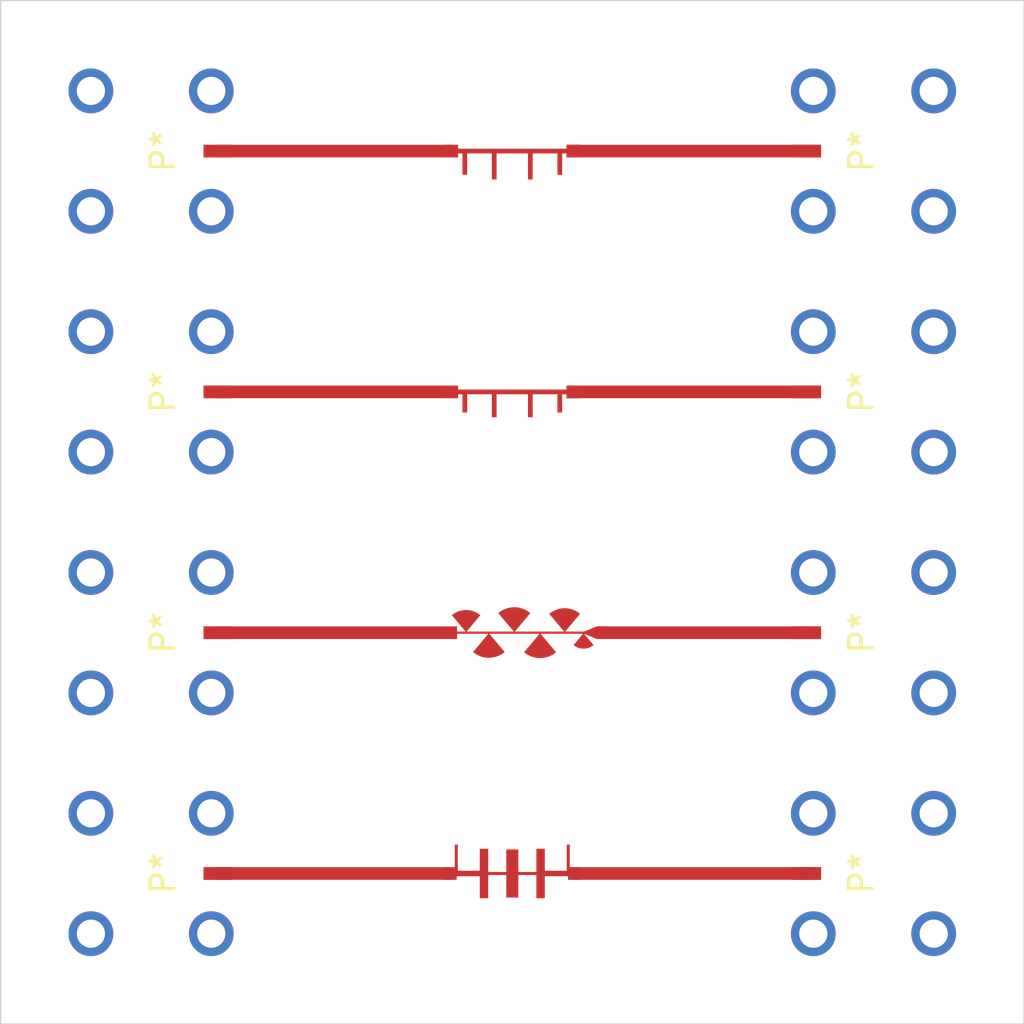
<source format=kicad_pcb>
(kicad_pcb (version 20171130) (host pcbnew "(5.1.2)-1")

  (general
    (thickness 1.6)
    (drawings 12)
    (tracks 8)
    (zones 0)
    (modules 12)
    (nets 1)
  )

  (page A4)
  (layers
    (0 F.Cu signal)
    (1 In1.Cu signal)
    (2 In2.Cu power)
    (31 B.Cu power)
    (32 B.Adhes user)
    (33 F.Adhes user)
    (34 B.Paste user)
    (35 F.Paste user)
    (36 B.SilkS user)
    (37 F.SilkS user)
    (38 B.Mask user)
    (39 F.Mask user)
    (40 Dwgs.User user)
    (41 Cmts.User user hide)
    (42 Eco1.User user)
    (43 Eco2.User user)
    (44 Edge.Cuts user)
    (45 Margin user)
    (46 B.CrtYd user)
    (47 F.CrtYd user)
    (48 B.Fab user)
    (49 F.Fab user hide)
  )

  (setup
    (last_trace_width 0.25)
    (user_trace_width 0.5334)
    (trace_clearance 0.2)
    (zone_clearance 0.508)
    (zone_45_only no)
    (trace_min 0.2)
    (via_size 0.8)
    (via_drill 0.4)
    (via_min_size 0.4)
    (via_min_drill 0.3)
    (uvia_size 0.3)
    (uvia_drill 0.1)
    (uvias_allowed no)
    (uvia_min_size 0.2)
    (uvia_min_drill 0.1)
    (edge_width 0.05)
    (segment_width 0.2)
    (pcb_text_width 0.3)
    (pcb_text_size 1.5 1.5)
    (mod_edge_width 0.12)
    (mod_text_size 1 1)
    (mod_text_width 0.15)
    (pad_size 0.5334 0.5334)
    (pad_drill 0)
    (pad_to_mask_clearance 0.051)
    (solder_mask_min_width 0.25)
    (aux_axis_origin 0 0)
    (visible_elements 7FFFFFFF)
    (pcbplotparams
      (layerselection 0x010fc_ffffffff)
      (usegerberextensions false)
      (usegerberattributes false)
      (usegerberadvancedattributes false)
      (creategerberjobfile false)
      (excludeedgelayer true)
      (linewidth 0.100000)
      (plotframeref false)
      (viasonmask false)
      (mode 1)
      (useauxorigin false)
      (hpglpennumber 1)
      (hpglpenspeed 20)
      (hpglpendiameter 15.000000)
      (psnegative false)
      (psa4output false)
      (plotreference true)
      (plotvalue true)
      (plotinvisibletext false)
      (padsonsilk false)
      (subtractmaskfromsilk false)
      (outputformat 1)
      (mirror false)
      (drillshape 1)
      (scaleselection 1)
      (outputdirectory ""))
  )

  (net 0 "")

  (net_class Default "This is the default net class."
    (clearance 0.2)
    (trace_width 0.25)
    (via_dia 0.8)
    (via_drill 0.4)
    (uvia_dia 0.3)
    (uvia_drill 0.1)
  )

  (net_class 50ohm_24GHz ""
    (clearance 0.762)
    (trace_width 0.5334)
    (via_dia 0.8)
    (via_drill 0.4)
    (uvia_dia 0.3)
    (uvia_drill 0.1)
  )

  (module bloop:35GHz_LPF_Tuning (layer F.Cu) (tedit 5D4E13D5) (tstamp 5D4D51C4)
    (at 137.16 55.88)
    (descr "Stubbed Microstrip Low Pass Filter with 5mils added to each stub for tuning - 35GHz Freq Cutoff")
    (fp_text reference FL* (at 0 -4) (layer F.SilkS) hide
      (effects (font (size 1.524 1.524) (thickness 0.2)))
    )
    (fp_text value 35GHz_LPF_Tuning (at 0 4) (layer F.SilkS) hide
      (effects (font (size 1.524 1.524) (thickness 0.2)))
    )
    (pad 1 smd custom (at -2.5551 0) (size 0.53975 0.5334) (layers F.Cu F.Paste F.Mask)
      (solder_mask_margin 0.00001) (solder_paste_margin 0.00001) (clearance 0.00001) (zone_connect 0)
      (options (clearance outline) (anchor rect))
      (primitives
        (gr_poly (pts
           (xy 0.6516 0.9991) (xy 0.4516 0.9991) (xy 0.4516 0.8721) (xy 0.4516 0.1) (xy 0.2699 0.1)
           (xy 0.2699 0.2667) (xy -0.26985 0.2667) (xy -0.26985 -0.2667) (xy 0.2699 -0.2667) (xy 0.2699 -0.1)
           (xy 4.8403 -0.1) (xy 4.8403 -0.2667) (xy 5.38005 -0.2667) (xy 5.38005 0.2667) (xy 4.8403 0.2667)
           (xy 4.8403 0.1) (xy 4.6586 0.1) (xy 4.6586 0.8721) (xy 4.6586 0.9991) (xy 4.4586 0.9991)
           (xy 4.4586 0.8721) (xy 4.4586 0.1) (xy 3.4166 0.1) (xy 3.4166 1.0704) (xy 3.4166 1.1974)
           (xy 3.2166 1.1974) (xy 3.2166 1.0704) (xy 3.2166 0.1) (xy 1.8936 0.1) (xy 1.8936 1.0704)
           (xy 1.8936 1.1974) (xy 1.6936 1.1974) (xy 1.6936 1.0704) (xy 1.6936 0.1) (xy 0.6516 0.1)
           (xy 0.6516 0.8721) (xy 0.6516 0.9991)) (width 0))
      ))
    (pad 1 smd rect (at 2.5551 0) (size 0.53975 0.5334) (layers F.Cu F.Paste F.Mask)
      (solder_mask_margin 0.00001) (solder_paste_margin 0.00001) (solder_paste_margin_ratio -0.000000001) (clearance 0.00001) (zone_connect 0))
  )

  (module bloop:35GHz_LPF (layer F.Cu) (tedit 5D4E0FE0) (tstamp 5D4D51EF)
    (at 137.16 66.04)
    (descr "Stubbed Microstrip Low Pass Filter - 35 GHz Freq Cutoff")
    (fp_text reference FL* (at 0 -4) (layer F.SilkS) hide
      (effects (font (size 1.524 1.524) (thickness 0.2)))
    )
    (fp_text value 35GHz_LPF (at 0 4) (layer F.SilkS) hide
      (effects (font (size 1.524 1.524) (thickness 0.2)))
    )
    (pad 1 smd custom (at -2.5551 0) (size 0.53975 0.5334) (layers F.Cu F.Paste F.Mask)
      (solder_mask_margin 0.00001) (solder_paste_margin 0.00001) (clearance 0.00001) (zone_connect 0)
      (options (clearance outline) (anchor rect))
      (primitives
        (gr_poly (pts
           (xy 5.38005 0.2667) (xy 5.38005 -0.2667) (xy 4.8403 -0.2667) (xy 4.8403 -0.1) (xy 0.2699 -0.1)
           (xy 0.2699 -0.2667) (xy -0.26985 -0.2667) (xy -0.26985 0.2667) (xy 0.2699 0.2667) (xy 0.2699 0.1)
           (xy 0.4516 0.1) (xy 0.4516 0.8721) (xy 0.6516 0.8721) (xy 0.6516 0.1) (xy 1.6936 0.1)
           (xy 1.6936 1.0704) (xy 1.8936 1.0704) (xy 1.8936 0.1) (xy 3.2166 0.1) (xy 3.2166 1.0704)
           (xy 3.4166 1.0704) (xy 3.4166 0.1) (xy 4.4586 0.1) (xy 4.4586 0.8721) (xy 4.6586 0.8721)
           (xy 4.6586 0.1) (xy 4.8403 0.1) (xy 4.8403 0.2667) (xy 5.38005 0.2667)) (width 0))
      ))
    (pad 1 smd rect (at 2.5551 0) (size 0.53975 0.5334) (layers F.Cu F.Paste F.Mask)
      (solder_mask_margin 0.00001) (solder_paste_margin 0.00001) (clearance 0.00001))
  )

  (module bloop:0734153320 (layer F.Cu) (tedit 5D3D4DCB) (tstamp 5D4D589A)
    (at 152.4 86.36 270)
    (descr "SMP Plug, Straight PCB, Smooth Bore")
    (fp_text reference P* (at 0 0.5 90) (layer F.SilkS)
      (effects (font (size 1 1) (thickness 0.15)))
    )
    (fp_text value 0734153320 (at 0 -0.5 90) (layer F.Fab) hide
      (effects (font (size 1 1) (thickness 0.15)))
    )
    (fp_poly (pts (xy -3.5 -3.5) (xy 3.5 -3.5) (xy 3.5 3.5) (xy -3.5 3.5)) (layer F.Mask) (width 0.1))
    (fp_line (start -3.5 3.5) (end 3.5 3.5) (layer F.CrtYd) (width 0.12))
    (fp_line (start 3.5 3.5) (end 3.5 -3.5) (layer F.CrtYd) (width 0.12))
    (fp_line (start -3.5 3.5) (end -3.5 -3.5) (layer F.CrtYd) (width 0.12))
    (fp_line (start -3.5 -3.5) (end 3.5 -3.5) (layer F.CrtYd) (width 0.12))
    (fp_text user "Microstrip is 21.26mil for 50ohms at 24GHz" (at 0 7 90) (layer Cmts.User) hide
      (effects (font (size 1 1) (thickness 0.15)))
    )
    (pad 1 smd rect (at 0 2.81 270) (size 0.54 1.2) (layers F.Cu F.Paste F.Mask))
    (pad 2 thru_hole circle (at -2.54 2.54 270) (size 1.89 1.89) (drill 1.19) (layers *.Cu *.Mask))
    (pad 2 thru_hole circle (at 2.54 2.54 270) (size 1.89 1.89) (drill 1.19) (layers *.Cu *.Mask))
    (pad 2 thru_hole circle (at 2.54 -2.54 270) (size 1.89 1.89) (drill 1.19) (layers *.Cu *.Mask))
    (pad 2 thru_hole circle (at -2.54 -2.54 270) (size 1.89 1.89) (drill 1.19) (layers *.Cu *.Mask))
    (model ${BLOOP_DIR}/lib/3d/734153320.stp
      (offset (xyz 0 0 4.1))
      (scale (xyz 1 1 1))
      (rotate (xyz 0 0 90))
    )
  )

  (module bloop:0734153320 (layer F.Cu) (tedit 5D3D4DCB) (tstamp 5D4D587E)
    (at 152.4 76.2 270)
    (descr "SMP Plug, Straight PCB, Smooth Bore")
    (fp_text reference P* (at 0 0.5 90) (layer F.SilkS)
      (effects (font (size 1 1) (thickness 0.15)))
    )
    (fp_text value 0734153320 (at 0 -0.5 90) (layer F.Fab) hide
      (effects (font (size 1 1) (thickness 0.15)))
    )
    (fp_text user "Microstrip is 21.26mil for 50ohms at 24GHz" (at 0 7 90) (layer Cmts.User) hide
      (effects (font (size 1 1) (thickness 0.15)))
    )
    (fp_line (start -3.5 -3.5) (end 3.5 -3.5) (layer F.CrtYd) (width 0.12))
    (fp_line (start -3.5 3.5) (end -3.5 -3.5) (layer F.CrtYd) (width 0.12))
    (fp_line (start 3.5 3.5) (end 3.5 -3.5) (layer F.CrtYd) (width 0.12))
    (fp_line (start -3.5 3.5) (end 3.5 3.5) (layer F.CrtYd) (width 0.12))
    (fp_poly (pts (xy -3.5 -3.5) (xy 3.5 -3.5) (xy 3.5 3.5) (xy -3.5 3.5)) (layer F.Mask) (width 0.1))
    (pad 2 thru_hole circle (at -2.54 -2.54 270) (size 1.89 1.89) (drill 1.19) (layers *.Cu *.Mask))
    (pad 2 thru_hole circle (at 2.54 -2.54 270) (size 1.89 1.89) (drill 1.19) (layers *.Cu *.Mask))
    (pad 2 thru_hole circle (at 2.54 2.54 270) (size 1.89 1.89) (drill 1.19) (layers *.Cu *.Mask))
    (pad 2 thru_hole circle (at -2.54 2.54 270) (size 1.89 1.89) (drill 1.19) (layers *.Cu *.Mask))
    (pad 1 smd rect (at 0 2.81 270) (size 0.54 1.2) (layers F.Cu F.Paste F.Mask))
    (model ${BLOOP_DIR}/lib/3d/734153320.stp
      (offset (xyz 0 0 4.1))
      (scale (xyz 1 1 1))
      (rotate (xyz 0 0 90))
    )
  )

  (module bloop:0734153320 (layer F.Cu) (tedit 5D3D4DCB) (tstamp 5D4D5862)
    (at 152.4 66.04 270)
    (descr "SMP Plug, Straight PCB, Smooth Bore")
    (fp_text reference P* (at 0 0.5 90) (layer F.SilkS)
      (effects (font (size 1 1) (thickness 0.15)))
    )
    (fp_text value 0734153320 (at 0 -0.5 90) (layer F.Fab) hide
      (effects (font (size 1 1) (thickness 0.15)))
    )
    (fp_poly (pts (xy -3.5 -3.5) (xy 3.5 -3.5) (xy 3.5 3.5) (xy -3.5 3.5)) (layer F.Mask) (width 0.1))
    (fp_line (start -3.5 3.5) (end 3.5 3.5) (layer F.CrtYd) (width 0.12))
    (fp_line (start 3.5 3.5) (end 3.5 -3.5) (layer F.CrtYd) (width 0.12))
    (fp_line (start -3.5 3.5) (end -3.5 -3.5) (layer F.CrtYd) (width 0.12))
    (fp_line (start -3.5 -3.5) (end 3.5 -3.5) (layer F.CrtYd) (width 0.12))
    (fp_text user "Microstrip is 21.26mil for 50ohms at 24GHz" (at 0 7 90) (layer Cmts.User) hide
      (effects (font (size 1 1) (thickness 0.15)))
    )
    (pad 1 smd rect (at 0 2.81 270) (size 0.54 1.2) (layers F.Cu F.Paste F.Mask))
    (pad 2 thru_hole circle (at -2.54 2.54 270) (size 1.89 1.89) (drill 1.19) (layers *.Cu *.Mask))
    (pad 2 thru_hole circle (at 2.54 2.54 270) (size 1.89 1.89) (drill 1.19) (layers *.Cu *.Mask))
    (pad 2 thru_hole circle (at 2.54 -2.54 270) (size 1.89 1.89) (drill 1.19) (layers *.Cu *.Mask))
    (pad 2 thru_hole circle (at -2.54 -2.54 270) (size 1.89 1.89) (drill 1.19) (layers *.Cu *.Mask))
    (model ${BLOOP_DIR}/lib/3d/734153320.stp
      (offset (xyz 0 0 4.1))
      (scale (xyz 1 1 1))
      (rotate (xyz 0 0 90))
    )
  )

  (module bloop:0734153320 (layer F.Cu) (tedit 5D3D4DCB) (tstamp 5D4D57D8)
    (at 152.4 55.88 270)
    (descr "SMP Plug, Straight PCB, Smooth Bore")
    (fp_text reference P* (at 0 0.5 90) (layer F.SilkS)
      (effects (font (size 1 1) (thickness 0.15)))
    )
    (fp_text value 0734153320 (at 0 -0.5 90) (layer F.Fab) hide
      (effects (font (size 1 1) (thickness 0.15)))
    )
    (fp_text user "Microstrip is 21.26mil for 50ohms at 24GHz" (at 0 7 90) (layer Cmts.User) hide
      (effects (font (size 1 1) (thickness 0.15)))
    )
    (fp_line (start -3.5 -3.5) (end 3.5 -3.5) (layer F.CrtYd) (width 0.12))
    (fp_line (start -3.5 3.5) (end -3.5 -3.5) (layer F.CrtYd) (width 0.12))
    (fp_line (start 3.5 3.5) (end 3.5 -3.5) (layer F.CrtYd) (width 0.12))
    (fp_line (start -3.5 3.5) (end 3.5 3.5) (layer F.CrtYd) (width 0.12))
    (fp_poly (pts (xy -3.5 -3.5) (xy 3.5 -3.5) (xy 3.5 3.5) (xy -3.5 3.5)) (layer F.Mask) (width 0.1))
    (pad 2 thru_hole circle (at -2.54 -2.54 270) (size 1.89 1.89) (drill 1.19) (layers *.Cu *.Mask))
    (pad 2 thru_hole circle (at 2.54 -2.54 270) (size 1.89 1.89) (drill 1.19) (layers *.Cu *.Mask))
    (pad 2 thru_hole circle (at 2.54 2.54 270) (size 1.89 1.89) (drill 1.19) (layers *.Cu *.Mask))
    (pad 2 thru_hole circle (at -2.54 2.54 270) (size 1.89 1.89) (drill 1.19) (layers *.Cu *.Mask))
    (pad 1 smd rect (at 0 2.81 270) (size 0.54 1.2) (layers F.Cu F.Paste F.Mask))
    (model ${BLOOP_DIR}/lib/3d/734153320.stp
      (offset (xyz 0 0 4.1))
      (scale (xyz 1 1 1))
      (rotate (xyz 0 0 90))
    )
  )

  (module bloop:0734153320 (layer F.Cu) (tedit 5D3D4DCB) (tstamp 5D4D553C)
    (at 121.92 86.36 90)
    (descr "SMP Plug, Straight PCB, Smooth Bore")
    (fp_text reference P* (at 0 0.5 90) (layer F.SilkS)
      (effects (font (size 1 1) (thickness 0.15)))
    )
    (fp_text value 0734153320 (at 0 -0.5 90) (layer F.Fab) hide
      (effects (font (size 1 1) (thickness 0.15)))
    )
    (fp_text user "Microstrip is 21.26mil for 50ohms at 24GHz" (at 0 7 90) (layer Cmts.User) hide
      (effects (font (size 1 1) (thickness 0.15)))
    )
    (fp_line (start -3.5 -3.5) (end 3.5 -3.5) (layer F.CrtYd) (width 0.12))
    (fp_line (start -3.5 3.5) (end -3.5 -3.5) (layer F.CrtYd) (width 0.12))
    (fp_line (start 3.5 3.5) (end 3.5 -3.5) (layer F.CrtYd) (width 0.12))
    (fp_line (start -3.5 3.5) (end 3.5 3.5) (layer F.CrtYd) (width 0.12))
    (fp_poly (pts (xy -3.5 -3.5) (xy 3.5 -3.5) (xy 3.5 3.5) (xy -3.5 3.5)) (layer F.Mask) (width 0.1))
    (pad 2 thru_hole circle (at -2.54 -2.54 90) (size 1.89 1.89) (drill 1.19) (layers *.Cu *.Mask))
    (pad 2 thru_hole circle (at 2.54 -2.54 90) (size 1.89 1.89) (drill 1.19) (layers *.Cu *.Mask))
    (pad 2 thru_hole circle (at 2.54 2.54 90) (size 1.89 1.89) (drill 1.19) (layers *.Cu *.Mask))
    (pad 2 thru_hole circle (at -2.54 2.54 90) (size 1.89 1.89) (drill 1.19) (layers *.Cu *.Mask))
    (pad 1 smd rect (at 0 2.81 90) (size 0.54 1.2) (layers F.Cu F.Paste F.Mask))
    (model ${BLOOP_DIR}/lib/3d/734153320.stp
      (offset (xyz 0 0 4.1))
      (scale (xyz 1 1 1))
      (rotate (xyz 0 0 90))
    )
  )

  (module bloop:0734153320 (layer F.Cu) (tedit 5D3D4DCB) (tstamp 5D4D5520)
    (at 121.92 76.2 90)
    (descr "SMP Plug, Straight PCB, Smooth Bore")
    (fp_text reference P* (at 0 0.5 90) (layer F.SilkS)
      (effects (font (size 1 1) (thickness 0.15)))
    )
    (fp_text value 0734153320 (at 0 -0.5 90) (layer F.Fab) hide
      (effects (font (size 1 1) (thickness 0.15)))
    )
    (fp_poly (pts (xy -3.5 -3.5) (xy 3.5 -3.5) (xy 3.5 3.5) (xy -3.5 3.5)) (layer F.Mask) (width 0.1))
    (fp_line (start -3.5 3.5) (end 3.5 3.5) (layer F.CrtYd) (width 0.12))
    (fp_line (start 3.5 3.5) (end 3.5 -3.5) (layer F.CrtYd) (width 0.12))
    (fp_line (start -3.5 3.5) (end -3.5 -3.5) (layer F.CrtYd) (width 0.12))
    (fp_line (start -3.5 -3.5) (end 3.5 -3.5) (layer F.CrtYd) (width 0.12))
    (fp_text user "Microstrip is 21.26mil for 50ohms at 24GHz" (at 0 7 90) (layer Cmts.User) hide
      (effects (font (size 1 1) (thickness 0.15)))
    )
    (pad 1 smd rect (at 0 2.81 90) (size 0.54 1.2) (layers F.Cu F.Paste F.Mask))
    (pad 2 thru_hole circle (at -2.54 2.54 90) (size 1.89 1.89) (drill 1.19) (layers *.Cu *.Mask))
    (pad 2 thru_hole circle (at 2.54 2.54 90) (size 1.89 1.89) (drill 1.19) (layers *.Cu *.Mask))
    (pad 2 thru_hole circle (at 2.54 -2.54 90) (size 1.89 1.89) (drill 1.19) (layers *.Cu *.Mask))
    (pad 2 thru_hole circle (at -2.54 -2.54 90) (size 1.89 1.89) (drill 1.19) (layers *.Cu *.Mask))
    (model ${BLOOP_DIR}/lib/3d/734153320.stp
      (offset (xyz 0 0 4.1))
      (scale (xyz 1 1 1))
      (rotate (xyz 0 0 90))
    )
  )

  (module bloop:0734153320 (layer F.Cu) (tedit 5D3D4DCB) (tstamp 5D4D54EA)
    (at 121.92 66.04 90)
    (descr "SMP Plug, Straight PCB, Smooth Bore")
    (fp_text reference P* (at 0 0.5 90) (layer F.SilkS)
      (effects (font (size 1 1) (thickness 0.15)))
    )
    (fp_text value 0734153320 (at 0 -0.5 90) (layer F.Fab) hide
      (effects (font (size 1 1) (thickness 0.15)))
    )
    (fp_text user "Microstrip is 21.26mil for 50ohms at 24GHz" (at 0 7 90) (layer Cmts.User) hide
      (effects (font (size 1 1) (thickness 0.15)))
    )
    (fp_line (start -3.5 -3.5) (end 3.5 -3.5) (layer F.CrtYd) (width 0.12))
    (fp_line (start -3.5 3.5) (end -3.5 -3.5) (layer F.CrtYd) (width 0.12))
    (fp_line (start 3.5 3.5) (end 3.5 -3.5) (layer F.CrtYd) (width 0.12))
    (fp_line (start -3.5 3.5) (end 3.5 3.5) (layer F.CrtYd) (width 0.12))
    (fp_poly (pts (xy -3.5 -3.5) (xy 3.5 -3.5) (xy 3.5 3.5) (xy -3.5 3.5)) (layer F.Mask) (width 0.1))
    (pad 2 thru_hole circle (at -2.54 -2.54 90) (size 1.89 1.89) (drill 1.19) (layers *.Cu *.Mask))
    (pad 2 thru_hole circle (at 2.54 -2.54 90) (size 1.89 1.89) (drill 1.19) (layers *.Cu *.Mask))
    (pad 2 thru_hole circle (at 2.54 2.54 90) (size 1.89 1.89) (drill 1.19) (layers *.Cu *.Mask))
    (pad 2 thru_hole circle (at -2.54 2.54 90) (size 1.89 1.89) (drill 1.19) (layers *.Cu *.Mask))
    (pad 1 smd rect (at 0 2.81 90) (size 0.54 1.2) (layers F.Cu F.Paste F.Mask))
    (model ${BLOOP_DIR}/lib/3d/734153320.stp
      (offset (xyz 0 0 4.1))
      (scale (xyz 1 1 1))
      (rotate (xyz 0 0 90))
    )
  )

  (module bloop:0734153320 (layer F.Cu) (tedit 5D3D4DCB) (tstamp 5D4D54A0)
    (at 121.92 55.88 90)
    (descr "SMP Plug, Straight PCB, Smooth Bore")
    (fp_text reference P* (at 0 0.5 90) (layer F.SilkS)
      (effects (font (size 1 1) (thickness 0.15)))
    )
    (fp_text value 0734153320 (at 0 -0.5 90) (layer F.Fab) hide
      (effects (font (size 1 1) (thickness 0.15)))
    )
    (fp_poly (pts (xy -3.5 -3.5) (xy 3.5 -3.5) (xy 3.5 3.5) (xy -3.5 3.5)) (layer F.Mask) (width 0.1))
    (fp_line (start -3.5 3.5) (end 3.5 3.5) (layer F.CrtYd) (width 0.12))
    (fp_line (start 3.5 3.5) (end 3.5 -3.5) (layer F.CrtYd) (width 0.12))
    (fp_line (start -3.5 3.5) (end -3.5 -3.5) (layer F.CrtYd) (width 0.12))
    (fp_line (start -3.5 -3.5) (end 3.5 -3.5) (layer F.CrtYd) (width 0.12))
    (fp_text user "Microstrip is 21.26mil for 50ohms at 24GHz" (at 0 7 90) (layer Cmts.User) hide
      (effects (font (size 1 1) (thickness 0.15)))
    )
    (pad 1 smd rect (at 0 2.81 90) (size 0.54 1.2) (layers F.Cu F.Paste F.Mask))
    (pad 2 thru_hole circle (at -2.54 2.54 90) (size 1.89 1.89) (drill 1.19) (layers *.Cu *.Mask))
    (pad 2 thru_hole circle (at 2.54 2.54 90) (size 1.89 1.89) (drill 1.19) (layers *.Cu *.Mask))
    (pad 2 thru_hole circle (at 2.54 -2.54 90) (size 1.89 1.89) (drill 1.19) (layers *.Cu *.Mask))
    (pad 2 thru_hole circle (at -2.54 -2.54 90) (size 1.89 1.89) (drill 1.19) (layers *.Cu *.Mask))
    (model ${BLOOP_DIR}/lib/3d/734153320.stp
      (offset (xyz 0 0 4.1))
      (scale (xyz 1 1 1))
      (rotate (xyz 0 0 90))
    )
  )

  (module bloop:Infineon_LPF (layer F.Cu) (tedit 5D4D0620) (tstamp 5D4D523D)
    (at 137.16 86.362752)
    (descr "48GHz LPF from Infineon Position2Go")
    (attr smd)
    (fp_text reference FL* (at 0 -4) (layer F.SilkS) hide
      (effects (font (size 1.524 1.524) (thickness 0.2)))
    )
    (fp_text value 48GHz_LPF (at 0 4) (layer F.SilkS) hide
      (effects (font (size 1.524 1.524) (thickness 0.2)))
    )
    (pad 1 smd custom (at -2.615792 -0.002752) (size 0.5334 0.5334) (layers F.Cu F.Paste F.Mask)
      (solder_mask_margin 0.000001) (solder_paste_margin -0.000001) (solder_paste_margin_ratio -0.00000001) (clearance 0.000001) (zone_connect 0)
      (options (clearance outline) (anchor rect))
      (primitives
        (gr_poly (pts
           (xy 4.914862 -0.114348) (xy 4.914862 -1.219449) (xy 5.041862 -1.219449) (xy 5.041862 -0.253997) (xy 5.486405 -0.253997)
           (xy 5.486405 0.254003) (xy 4.978405 0.254003) (xy 4.978405 0.114252) (xy 3.987963 0.114252) (xy 3.987963 1.04137)
           (xy 3.632363 1.04137) (xy 3.632363 0.06365) (xy 2.870177 0.06365) (xy 2.870177 1.016145) (xy 2.362177 1.016145)
           (xy 2.362177 0.06365) (xy 1.600175 0.06365) (xy 1.600175 1.04156) (xy 1.244575 1.04156) (xy 1.244575 0.114463)
           (xy 0.254 0.114463) (xy 0.254 0.254) (xy -0.254 0.254) (xy -0.254 -0.254) (xy 0.19065 -0.254)
           (xy 0.19065 -1.219246) (xy 0.31765 -1.219246) (xy 0.31765 -0.114137) (xy 1.244349 -0.114137) (xy 1.244349 -1.041448)
           (xy 1.599949 -1.041448) (xy 1.599949 -0.06335) (xy 2.362155 -0.06335) (xy 2.362155 -1.016236) (xy 2.870155 -1.016236)
           (xy 2.870155 -0.06335) (xy 3.632345 -0.06335) (xy 3.632345 -1.041438) (xy 3.987945 -1.041438) (xy 3.987945 -0.114348)
           (xy 4.914862 -0.114348)) (width 0.001))
      ))
    (pad 1 smd rect (at 2.615792 -0.002752) (size 0.5334 0.5334) (layers F.Cu F.Paste F.Mask)
      (solder_mask_margin 0.000001) (solder_paste_margin -0.000001) (solder_paste_margin_ratio -0.00000001) (clearance 0.000001))
  )

  (module bloop:Radial_Stub_30GHz (layer F.Cu) (tedit 5D4D05E4) (tstamp 5D4D56E6)
    (at 134.62 76.2)
    (descr "30GHz Radial Stub LPF")
    (fp_text reference FL* (at 0 -4) (layer F.SilkS) hide
      (effects (font (size 1.524 1.524) (thickness 0.2)))
    )
    (fp_text value Radial_Stub_30GHz (at 0 4) (layer F.SilkS) hide
      (effects (font (size 1.524 1.524) (thickness 0.2)))
    )
    (pad 1 smd custom (at 0 0) (size 0.4202 0.5334) (layers F.Cu F.Paste F.Mask)
      (solder_mask_margin 0.000001) (solder_paste_margin -0.000001) (solder_paste_margin_ratio -0.00000001) (clearance 0.000001) (zone_connect 0)
      (options (clearance outline) (anchor rect))
      (primitives
        (gr_poly (pts
           (xy 6.53614 -0.266685) (xy 6.101982 -0.266685) (xy 5.571067 -0.048626) (xy 5.522553 -0.048626) (xy 4.774015 -0.048626)
           (xy 5.400887 -0.79564) (xy 5.325957 -0.85279) (xy 5.245947 -0.902828) (xy 5.161746 -0.945119) (xy 5.073989 -0.979409)
           (xy 4.983311 -1.005317) (xy 4.890728 -1.022843) (xy 4.796875 -1.031606) (xy 4.702641 -1.031606) (xy 4.608788 -1.022843)
           (xy 4.516205 -1.005317) (xy 4.425527 -0.979409) (xy 4.33777 -0.945119) (xy 4.253569 -0.902828) (xy 4.173559 -0.85279)
           (xy 4.098629 -0.79564) (xy 4.725501 -0.048626) (xy 3.737187 -0.048626) (xy 3.688673 -0.048626) (xy 2.648924 -0.048626)
           (xy 3.303228 -0.828406) (xy 3.225123 -0.887969) (xy 3.141811 -0.940039) (xy 3.054054 -0.984108) (xy 2.962487 -1.019795)
           (xy 2.868126 -1.046846) (xy 2.771606 -1.065007) (xy 2.673816 -1.074151) (xy 2.575518 -1.074151) (xy 2.477728 -1.065007)
           (xy 2.381208 -1.046846) (xy 2.286847 -1.019795) (xy 2.19528 -0.984108) (xy 2.107523 -0.940039) (xy 2.024211 -0.887969)
           (xy 1.946106 -0.828406) (xy 2.60041 -0.048626) (xy 1.575647 -0.048626) (xy 1.527133 -0.048626) (xy 0.614511 -0.048626)
           (xy 1.19325 -0.738363) (xy 1.123908 -0.791322) (xy 1.049867 -0.83755) (xy 0.971889 -0.876793) (xy 0.890482 -0.908543)
           (xy 0.806662 -0.932546) (xy 0.72081 -0.948675) (xy 0.633942 -0.956803) (xy 0.546566 -0.956803) (xy 0.459698 -0.948675)
           (xy 0.373846 -0.932546) (xy 0.290026 -0.908543) (xy 0.208619 -0.876793) (xy 0.130641 -0.83755) (xy 0.0566 -0.791322)
           (xy -0.012742 -0.738363) (xy 0.565997 -0.048626) (xy 0.210143 -0.048626) (xy 0.210143 -0.266685) (xy -0.2101 -0.266685)
           (xy -0.2101 0.000015) (xy -0.2101 0.266715) (xy 0.210143 0.266715) (xy 0.210143 0.048656) (xy 0.565997 0.048656)
           (xy 0.614511 0.048656) (xy 1.527133 0.048656) (xy 0.882989 0.816371) (xy 0.959951 0.875045) (xy 1.041993 0.926353)
           (xy 1.12848 0.96966) (xy 1.218523 1.004966) (xy 1.311614 1.031636) (xy 1.40661 1.049543) (xy 1.503003 1.05856)
           (xy 1.599777 1.05856) (xy 1.69617 1.049543) (xy 1.791166 1.031636) (xy 1.884257 1.004966) (xy 1.9743 0.96966)
           (xy 2.060787 0.926353) (xy 2.142829 0.875045) (xy 2.219791 0.816371) (xy 1.575647 0.048656) (xy 2.60041 0.048656)
           (xy 2.648924 0.048656) (xy 3.688673 0.048656) (xy 3.03729 0.825007) (xy 3.115014 0.884316) (xy 3.197945 0.936132)
           (xy 3.285321 0.980074) (xy 3.376507 1.015634) (xy 3.470487 1.042558) (xy 3.566626 1.060719) (xy 3.664035 1.069736)
           (xy 3.761825 1.069736) (xy 3.859234 1.060719) (xy 3.955373 1.042558) (xy 4.049353 1.015634) (xy 4.140539 0.980074)
           (xy 4.227915 0.936132) (xy 4.310846 0.884316) (xy 4.38857 0.825007) (xy 3.737187 0.048656) (xy 4.725501 0.048656)
           (xy 4.774015 0.048656) (xy 5.522553 0.048656) (xy 5.125805 0.521477) (xy 5.174319 0.558434) (xy 5.226008 0.590692)
           (xy 5.280364 0.618124) (xy 5.337133 0.640222) (xy 5.395807 0.656986) (xy 5.455624 0.668289) (xy 5.51633 0.674004)
           (xy 5.57729 0.674004) (xy 5.637996 0.668289) (xy 5.697813 0.656986) (xy 5.756487 0.640222) (xy 5.813256 0.618124)
           (xy 5.867612 0.590692) (xy 5.919301 0.558434) (xy 5.967815 0.521477) (xy 5.571067 0.048656) (xy 6.101982 0.266715)
           (xy 6.53614 0.266715) (xy 6.53614 0.000015) (xy 6.53614 -0.266685)) (width 0))
      ))
    (pad 1 smd rect (at 6.326 0) (size 0.4202 0.5334) (layers F.Cu F.Paste F.Mask)
      (solder_mask_margin 0.000001) (solder_paste_margin -0.000001) (solder_paste_margin_ratio -0.00000001) (clearance 0.000001) (zone_connect 0))
  )

  (gr_line (start 139.775792 86.36) (end 149.59 86.36) (layer F.Mask) (width 0.5334) (tstamp 5D4E17B7))
  (gr_line (start 124.654208 86.36) (end 134.544208 86.36) (layer F.Mask) (width 0.5334) (tstamp 5D4E17B2))
  (gr_line (start 140.946 76.2) (end 149.59 76.2) (layer F.Mask) (width 0.5334))
  (gr_line (start 124.73 76.2) (end 134.62 76.2) (layer F.Mask) (width 0.5334))
  (gr_line (start 134.62 66.04) (end 124.73 66.04) (layer F.Mask) (width 0.5334))
  (gr_line (start 139.7 66.04) (end 149.59 66.04) (layer F.Mask) (width 0.5334))
  (gr_line (start 139.7151 55.88) (end 149.59 55.88) (layer F.Mask) (width 0.5334))
  (gr_line (start 134.604925 55.88) (end 124.73 55.88) (layer F.Mask) (width 0.5334))
  (gr_line (start 158.75 49.53) (end 115.57 49.53) (layer Edge.Cuts) (width 0.05) (tstamp 5D4CEBE0))
  (gr_line (start 158.75 92.71) (end 158.75 49.53) (layer Edge.Cuts) (width 0.05))
  (gr_line (start 115.57 92.71) (end 115.57 49.53) (layer Edge.Cuts) (width 0.05))
  (gr_line (start 115.57 92.71) (end 158.75 92.71) (layer Edge.Cuts) (width 0.05))

  (segment (start 124.73 86.36) (end 134.541456 86.36) (width 0.5334) (layer F.Cu) (net 0))
  (segment (start 134.604925 66.04) (end 124.73 66.04) (width 0.5334) (layer F.Cu) (net 0))
  (segment (start 124.73 76.2) (end 134.40156 76.2) (width 0.5334) (layer F.Cu) (net 0))
  (segment (start 149.86 55.88) (end 139.7 55.88) (width 0.5334) (layer F.Cu) (net 0))
  (segment (start 149.86 66.04) (end 139.715075 66.04) (width 0.5334) (layer F.Cu) (net 0))
  (segment (start 149.86 76.2) (end 140.946 76.2) (width 0.5334) (layer F.Cu) (net 0))
  (segment (start 149.86 86.36) (end 139.775792 86.36) (width 0.5334) (layer F.Cu) (net 0))
  (segment (start 134.6049 55.88) (end 124.73 55.88) (width 0.5334) (layer F.Cu) (net 0))

)

</source>
